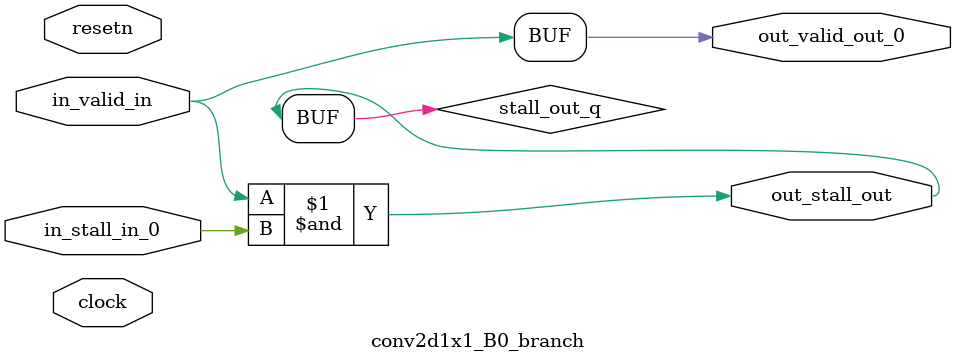
<source format=sv>



(* altera_attribute = "-name AUTO_SHIFT_REGISTER_RECOGNITION OFF; -name MESSAGE_DISABLE 10036; -name MESSAGE_DISABLE 10037; -name MESSAGE_DISABLE 14130; -name MESSAGE_DISABLE 14320; -name MESSAGE_DISABLE 15400; -name MESSAGE_DISABLE 14130; -name MESSAGE_DISABLE 10036; -name MESSAGE_DISABLE 12020; -name MESSAGE_DISABLE 12030; -name MESSAGE_DISABLE 12010; -name MESSAGE_DISABLE 12110; -name MESSAGE_DISABLE 14320; -name MESSAGE_DISABLE 13410; -name MESSAGE_DISABLE 113007; -name MESSAGE_DISABLE 10958" *)
module conv2d1x1_B0_branch (
    input wire [0:0] in_stall_in_0,
    input wire [0:0] in_valid_in,
    output wire [0:0] out_stall_out,
    output wire [0:0] out_valid_out_0,
    input wire clock,
    input wire resetn
    );

    wire [0:0] stall_out_q;


    // stall_out(LOGICAL,6)
    assign stall_out_q = in_valid_in & in_stall_in_0;

    // out_stall_out(GPOUT,4)
    assign out_stall_out = stall_out_q;

    // out_valid_out_0(GPOUT,5)
    assign out_valid_out_0 = in_valid_in;

endmodule

</source>
